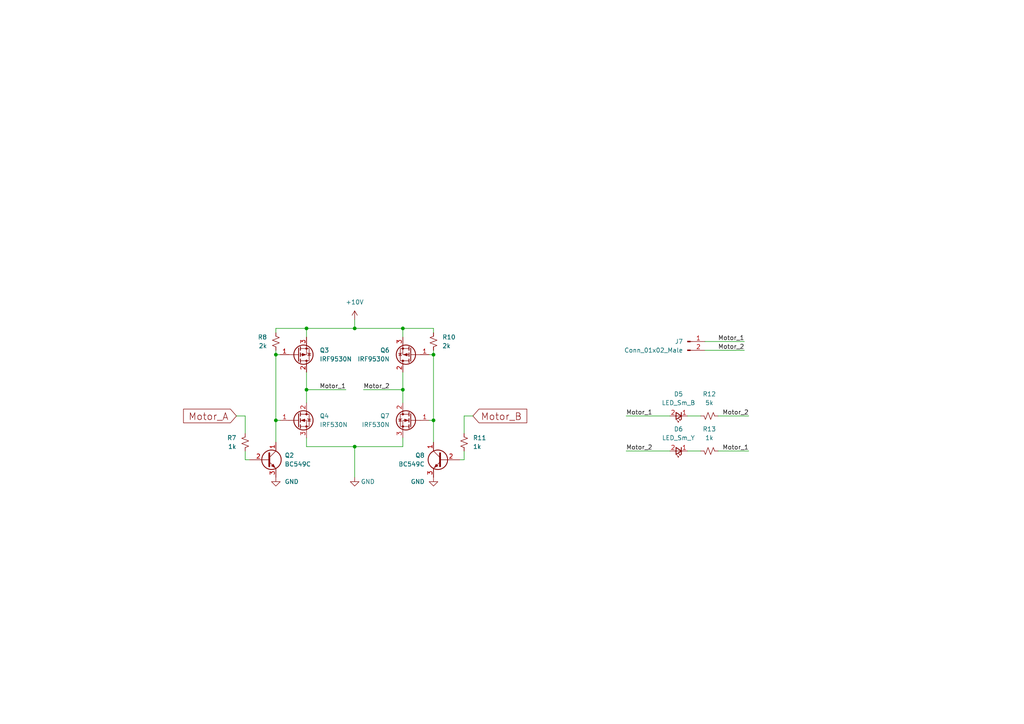
<source format=kicad_sch>
(kicad_sch (version 20211123) (generator eeschema)
  (paper "A4")
  (lib_symbols
    (symbol "Connector:Conn_01x02_Male" (pin_names (offset 1.016) hide)
      (property "Reference" "J" (at 0 2.54 0))
      (property "Value" "Conn_01x02_Male" (at 0 -5.08 0))
      (symbol "Conn_01x02_Male_1_1"
        (polyline (pts (xy 1.27 -2.54) (xy 0.8636 -2.54)) (stroke (width 0.1524)))
        (polyline (pts (xy 1.27 0) (xy 0.8636 0)) (stroke (width 0.1524)))
        (rectangle (start 0.8636 -2.413) (end 0 -2.667) (stroke (width 0.1524)) (fill (type outline)))
        (rectangle (start 0.8636 0.127) (end 0 -0.127) (stroke (width 0.1524)) (fill (type outline)))
        (pin passive line (at 5.08 0 180) (length 3.81) (name "Pin_1") (number "1"))
        (pin passive line (at 5.08 -2.54 180) (length 3.81) (name "Pin_2") (number "2"))
      )
    )
    (symbol "Device:LED_Small" (pin_names (offset 0.254) hide)
      (property "Reference" "D" (at -1.27 3.175 0))
      (property "Value" "LED_Small" (at -4.445 -2.54 0))
      (symbol "LED_Small_0_1"
        (polyline (pts (xy -0.762 -1.016) (xy -0.762 1.016)) (stroke (width 0.254)))
        (polyline (pts (xy 1.016 0) (xy -0.762 0)))
        (polyline (pts (xy 0.762 -1.016) (xy -0.762 0) (xy 0.762 1.016) (xy 0.762 -1.016)) (stroke (width 0.254)))
        (polyline (pts (xy 0 0.762) (xy -0.508 1.27) (xy -0.254 1.27) (xy -0.508 1.27) (xy -0.508 1.016)))
        (polyline (pts (xy 0.508 1.27) (xy 0 1.778) (xy 0.254 1.778) (xy 0 1.778) (xy 0 1.524)))
      )
      (symbol "LED_Small_1_1"
        (pin passive line (at -2.54 0 0) (length 1.778) (name "K") (number "1"))
        (pin passive line (at 2.54 0 180) (length 1.778) (name "A") (number "2"))
      )
    )
    (symbol "Device:R_Small_US" (pin_numbers hide) (pin_names (offset 0.254) hide)
      (property "Reference" "R" (at 0.762 0.508 0))
      (property "Value" "R_Small_US" (at 0.762 -1.016 0))
      (symbol "R_Small_US_1_1"
        (polyline (pts (xy 0 0) (xy 1.016 -0.381) (xy 0 -0.762) (xy -1.016 -1.143) (xy 0 -1.524)))
        (polyline (pts (xy 0 1.524) (xy 1.016 1.143) (xy 0 0.762) (xy -1.016 0.381) (xy 0 0)))
        (pin passive line (at 0 2.54 270) (length 1.016) (name "~") (number "1"))
        (pin passive line (at 0 -2.54 90) (length 1.016) (name "~") (number "2"))
      )
    )
    (symbol "LED_Small_1" (pin_names (offset 0.254) hide)
      (property "Reference" "D" (at -1.27 3.175 0))
      (property "Value" "LED_Small_1" (at -4.445 -2.54 0))
      (symbol "LED_Small_1_0_1"
        (polyline (pts (xy -0.762 -1.016) (xy -0.762 1.016)) (stroke (width 0.254)))
        (polyline (pts (xy 1.016 0) (xy -0.762 0)))
        (polyline (pts (xy 0.762 -1.016) (xy -0.762 0) (xy 0.762 1.016) (xy 0.762 -1.016)) (stroke (width 0.254)))
        (polyline (pts (xy 0 0.762) (xy -0.508 1.27) (xy -0.254 1.27) (xy -0.508 1.27) (xy -0.508 1.016)))
        (polyline (pts (xy 0.508 1.27) (xy 0 1.778) (xy 0.254 1.778) (xy 0 1.778) (xy 0 1.524)))
      )
      (symbol "LED_Small_1_1_1"
        (pin passive line (at -2.54 0 0) (length 1.778) (name "K") (number "1"))
        (pin passive line (at 2.54 0 180) (length 1.778) (name "A") (number "2"))
      )
    )
    (symbol "Transistor_BJT:BC549" (pin_names (offset 0) hide)
      (property "Reference" "Q" (at 5.08 1.905 0))
      (property "Value" "BC549" (at 5.08 0 0))
      (symbol "BC549_0_1"
        (polyline (pts (xy 0 0) (xy 0.635 0)))
        (polyline (pts (xy 0.635 0.635) (xy 2.54 2.54)))
        (polyline (pts (xy 0.635 -0.635) (xy 2.54 -2.54) (xy 2.54 -2.54)))
        (polyline (pts (xy 0.635 1.905) (xy 0.635 -1.905) (xy 0.635 -1.905)) (stroke (width 0.508)))
        (polyline (pts (xy 1.27 -1.778) (xy 1.778 -1.27) (xy 2.286 -2.286) (xy 1.27 -1.778) (xy 1.27 -1.778)) (fill (type outline)))
        (circle (center 1.27 0) (radius 2.8194) (stroke (width 0.254)))
      )
      (symbol "BC549_1_1"
        (pin passive line (at 2.54 5.08 270) (length 2.54) (name "C") (number "1"))
        (pin input line (at -5.08 0 0) (length 5.08) (name "B") (number "2"))
        (pin passive line (at 2.54 -5.08 90) (length 2.54) (name "E") (number "3"))
      )
    )
    (symbol "Transistor_FET:IRF540N" (pin_names hide)
      (property "Reference" "Q" (at 6.35 1.905 0))
      (property "Value" "IRF540N" (at 6.35 0 0))
      (symbol "IRF540N_0_1"
        (polyline (pts (xy 0.254 0) (xy -2.54 0)))
        (polyline (pts (xy 0.254 1.905) (xy 0.254 -1.905)) (stroke (width 0.254)))
        (polyline (pts (xy 0.762 -1.27) (xy 0.762 -2.286)) (stroke (width 0.254)))
        (polyline (pts (xy 0.762 0.508) (xy 0.762 -0.508)) (stroke (width 0.254)))
        (polyline (pts (xy 0.762 2.286) (xy 0.762 1.27)) (stroke (width 0.254)))
        (polyline (pts (xy 2.54 2.54) (xy 2.54 1.778)))
        (polyline (pts (xy 2.54 -2.54) (xy 2.54 0) (xy 0.762 0)))
        (polyline (pts (xy 0.762 -1.778) (xy 3.302 -1.778) (xy 3.302 1.778) (xy 0.762 1.778)))
        (polyline (pts (xy 1.016 0) (xy 2.032 0.381) (xy 2.032 -0.381) (xy 1.016 0)) (fill (type outline)))
        (polyline (pts (xy 2.794 0.508) (xy 2.921 0.381) (xy 3.683 0.381) (xy 3.81 0.254)))
        (polyline (pts (xy 3.302 0.381) (xy 2.921 -0.254) (xy 3.683 -0.254) (xy 3.302 0.381)))
        (circle (center 1.651 0) (radius 2.794) (stroke (width 0.254)))
        (circle (center 2.54 -1.778) (radius 0.254) (fill (type outline)))
        (circle (center 2.54 1.778) (radius 0.254) (fill (type outline)))
      )
      (symbol "IRF540N_1_1"
        (pin input line (at -5.08 0 0) (length 2.54) (name "G") (number "1"))
        (pin passive line (at 2.54 5.08 270) (length 2.54) (name "D") (number "2"))
        (pin passive line (at 2.54 -5.08 90) (length 2.54) (name "S") (number "3"))
      )
    )
    (symbol "Transistor_FET:IRF9540N" (pin_names hide)
      (property "Reference" "Q" (at 5.08 1.905 0))
      (property "Value" "IRF9540N" (at 5.08 0 0))
      (symbol "IRF9540N_0_1"
        (polyline (pts (xy 0.254 0) (xy -2.54 0)))
        (polyline (pts (xy 0.254 1.905) (xy 0.254 -1.905)) (stroke (width 0.254)))
        (polyline (pts (xy 0.762 -1.27) (xy 0.762 -2.286)) (stroke (width 0.254)))
        (polyline (pts (xy 0.762 0.508) (xy 0.762 -0.508)) (stroke (width 0.254)))
        (polyline (pts (xy 0.762 2.286) (xy 0.762 1.27)) (stroke (width 0.254)))
        (polyline (pts (xy 2.54 2.54) (xy 2.54 1.778)))
        (polyline (pts (xy 2.54 -2.54) (xy 2.54 0) (xy 0.762 0)))
        (polyline (pts (xy 0.762 1.778) (xy 3.302 1.778) (xy 3.302 -1.778) (xy 0.762 -1.778)))
        (polyline (pts (xy 2.286 0) (xy 1.27 0.381) (xy 1.27 -0.381) (xy 2.286 0)) (fill (type outline)))
        (polyline (pts (xy 2.794 -0.508) (xy 2.921 -0.381) (xy 3.683 -0.381) (xy 3.81 -0.254)))
        (polyline (pts (xy 3.302 -0.381) (xy 2.921 0.254) (xy 3.683 0.254) (xy 3.302 -0.381)))
        (circle (center 1.651 0) (radius 2.794) (stroke (width 0.254)))
        (circle (center 2.54 -1.778) (radius 0.254) (fill (type outline)))
        (circle (center 2.54 1.778) (radius 0.254) (fill (type outline)))
      )
      (symbol "IRF9540N_1_1"
        (pin input line (at -5.08 0 0) (length 2.54) (name "G") (number "1"))
        (pin passive line (at 2.54 5.08 270) (length 2.54) (name "D") (number "2"))
        (pin passive line (at 2.54 -5.08 90) (length 2.54) (name "S") (number "3"))
      )
    )
    (symbol "power:+10V" (power) (pin_names (offset 0))
      (property "Value" "+10V" (at 0 3.556 0))
      (symbol "+10V_0_1"
        (polyline (pts (xy -0.762 1.27) (xy 0 2.54)))
        (polyline (pts (xy 0 0) (xy 0 2.54)))
        (polyline (pts (xy 0 2.54) (xy 0.762 1.27)))
      )
      (symbol "+10V_1_1"
        (pin power_in line (at 0 0 90) (length 0) hide (name "+10V") (number "1"))
      )
    )
    (symbol "power:GND" (power) (pin_names (offset 0))
      (property "Value" "GND" (at 0 -3.81 0))
      (symbol "GND_0_1"
        (polyline (pts (xy 0 0) (xy 0 -1.27) (xy 1.27 -1.27) (xy 0 -2.54) (xy -1.27 -1.27) (xy 0 -1.27)))
      )
      (symbol "GND_1_1"
        (pin power_in line (at 0 0 270) (length 0) hide (name "GND") (number "1"))
      )
    )
  )
  (junction (at 80.01 121.92))
  (junction (at 88.9 113.03))
  (junction (at 125.73 102.87))
  (junction (at 102.87 129.54))
  (junction (at 125.73 121.92))
  (junction (at 80.01 102.87))
  (junction (at 102.87 95.25))
  (junction (at 116.84 95.25))
  (junction (at 88.9 95.25))
  (junction (at 116.84 113.03))
  (wire (pts (xy 88.9 113.03) (xy 100.33 113.03)))
  (wire (pts (xy 116.84 127) (xy 116.84 129.54)))
  (wire (pts (xy 88.9 129.54) (xy 102.87 129.54)))
  (wire (pts (xy 199.39 120.65) (xy 203.2 120.65)))
  (wire (pts (xy 71.12 120.65) (xy 68.58 120.65)))
  (wire (pts (xy 71.12 130.81) (xy 71.12 133.35)))
  (wire (pts (xy 125.73 95.25) (xy 125.73 96.52)))
  (wire (pts (xy 80.01 102.87) (xy 80.01 121.92)))
  (wire (pts (xy 125.73 102.87) (xy 124.46 102.87)))
  (wire (pts (xy 208.28 120.65) (xy 217.17 120.65)))
  (wire (pts (xy 102.87 129.54) (xy 102.87 138.43)))
  (wire (pts (xy 204.47 101.6) (xy 215.9 101.6)))
  (wire (pts (xy 134.62 120.65) (xy 137.16 120.65)))
  (wire (pts (xy 116.84 113.03) (xy 105.41 113.03)))
  (wire (pts (xy 134.62 125.73) (xy 134.62 120.65)))
  (wire (pts (xy 134.62 130.81) (xy 134.62 133.35)))
  (wire (pts (xy 88.9 107.95) (xy 88.9 113.03)))
  (wire (pts (xy 80.01 95.25) (xy 80.01 96.52)))
  (wire (pts (xy 181.61 120.65) (xy 194.31 120.65)))
  (wire (pts (xy 199.39 130.81) (xy 203.2 130.81)))
  (wire (pts (xy 88.9 97.79) (xy 88.9 95.25)))
  (wire (pts (xy 71.12 125.73) (xy 71.12 120.65)))
  (wire (pts (xy 116.84 113.03) (xy 116.84 116.84)))
  (wire (pts (xy 208.28 130.81) (xy 217.17 130.81)))
  (wire (pts (xy 88.9 129.54) (xy 88.9 127)))
  (wire (pts (xy 125.73 121.92) (xy 125.73 128.27)))
  (wire (pts (xy 71.12 133.35) (xy 72.39 133.35)))
  (wire (pts (xy 134.62 133.35) (xy 133.35 133.35)))
  (wire (pts (xy 125.73 95.25) (xy 116.84 95.25)))
  (wire (pts (xy 116.84 107.95) (xy 116.84 113.03)))
  (wire (pts (xy 80.01 102.87) (xy 81.28 102.87)))
  (wire (pts (xy 125.73 102.87) (xy 125.73 121.92)))
  (wire (pts (xy 88.9 113.03) (xy 88.9 116.84)))
  (wire (pts (xy 80.01 95.25) (xy 88.9 95.25)))
  (wire (pts (xy 125.73 121.92) (xy 124.46 121.92)))
  (wire (pts (xy 102.87 129.54) (xy 116.84 129.54)))
  (wire (pts (xy 181.61 130.81) (xy 194.31 130.81)))
  (wire (pts (xy 80.01 121.92) (xy 81.28 121.92)))
  (wire (pts (xy 80.01 101.6) (xy 80.01 102.87)))
  (wire (pts (xy 116.84 95.25) (xy 116.84 97.79)))
  (wire (pts (xy 102.87 92.71) (xy 102.87 95.25)))
  (wire (pts (xy 204.47 99.06) (xy 215.9 99.06)))
  (wire (pts (xy 125.73 101.6) (xy 125.73 102.87)))
  (wire (pts (xy 88.9 95.25) (xy 102.87 95.25)))
  (wire (pts (xy 80.01 121.92) (xy 80.01 128.27)))
  (wire (pts (xy 102.87 95.25) (xy 116.84 95.25)))
  (label "Motor_1" (at 181.61 120.65 0))
  (label "Motor_1" (at 100.33 113.03 180))
  (label "Motor_2" (at 217.17 120.65 180))
  (label "Motor_2" (at 105.41 113.03 0))
  (label "Motor_2" (at 215.9 101.6 180))
  (label "Motor_1" (at 217.17 130.81 180))
  (label "Motor_2" (at 181.61 130.81 0))
  (label "Motor_1" (at 215.9 99.06 180))
  (global_label "Motor_B" (shape input) (at 137.16 120.65 0) (effects (font (size 2 2))) (property "Intersheet References" "${INTERSHEET_REFS}" (effects hide)))
  (global_label "Motor_A" (shape input) (at 68.58 120.65 180) (effects (font (size 2 2))) (property "Intersheet References" "${INTERSHEET_REFS}" (effects hide)))
  (symbol (lib_id "Transistor_BJT:BC549") (at 128.27 133.35 0) (mirror y) (unit 1)
    (property "Reference" "Q8" (at 123.19 132.0799 0) (effects (justify left)))
    (property "Value" "BC549C" (at 123.19 134.6199 0) (effects (justify left)))
    (property "Footprint" "Package_TO_SOT_THT:TO-92_Inline" (effects hide))
    (property "Datasheet" "https://www.onsemi.com/pub/Collateral/BC550-D.pdf" (effects hide))
  )
  (symbol (lib_id "Device:R_Small_US") (at 71.12 128.27 0) (mirror x) (unit 1)
    (property "Reference" "R7" (at 68.58 126.9999 0) (effects (justify right)))
    (property "Value" "1k" (at 68.58 129.5399 0) (effects (justify right)))
    (property "Footprint" "Resistor_THT:R_Axial_DIN0204_L3.6mm_D1.6mm_P7.62mm_Horizontal" (effects hide))
  )
  (symbol (lib_id "Transistor_FET:IRF9540N") (at 86.36 102.87 0) (mirror x) (unit 1)
    (property "Reference" "Q3" (at 92.71 101.5999 0) (effects (justify left)))
    (property "Value" "IRF9530N" (at 92.71 104.1399 0) (effects (justify left)))
    (property "Footprint" "Package_TO_SOT_THT:TO-220-3_Horizontal_TabDown" (effects hide))
    (property "Datasheet" "https://www.infineon.com/dgdl/irf9530npbf.pdf?fileId=5546d462533600a401535611b9931dc1" (effects hide))
  )
  (symbol (lib_id "power:+10V") (at 102.87 92.71 0) (unit 1)
    (property "Reference" "#PWR023" (effects hide))
    (property "Value" "+10V" (at 102.87 87.63 0))
  )
  (symbol (lib_id "Transistor_FET:IRF9540N") (at 119.38 102.87 180) (unit 1)
    (property "Reference" "Q6" (at 113.03 101.5999 0) (effects (justify left)))
    (property "Value" "IRF9530N" (at 113.03 104.1399 0) (effects (justify left)))
    (property "Footprint" "Package_TO_SOT_THT:TO-220-3_Horizontal_TabDown" (effects hide))
    (property "Datasheet" "https://www.infineon.com/dgdl/irf9530npbf.pdf?fileId=5546d462533600a401535611b9931dc1" (effects hide))
  )
  (symbol (lib_id "Transistor_BJT:BC549") (at 77.47 133.35 0) (unit 1)
    (property "Reference" "Q2" (at 82.55 132.0799 0) (effects (justify left)))
    (property "Value" "BC549C" (at 82.55 134.6199 0) (effects (justify left)))
    (property "Footprint" "Package_TO_SOT_THT:TO-92_Inline" (effects hide))
    (property "Datasheet" "https://www.onsemi.com/pub/Collateral/BC550-D.pdf" (effects hide))
  )
  (symbol (lib_id "Transistor_FET:IRF540N") (at 86.36 121.92 0) (unit 1)
    (property "Reference" "Q4" (at 92.71 120.6499 0) (effects (justify left)))
    (property "Value" "IRF530N" (at 92.71 123.1899 0) (effects (justify left)))
    (property "Footprint" "Package_TO_SOT_THT:TO-220-3_Horizontal_TabDown" (effects hide))
    (property "Datasheet" "https://www.infineon.com/dgdl/irf530npbf.pdf?fileId=5546d462533600a4015355e386b1199a" (effects hide))
  )
  (symbol (lib_id "Connector:Conn_01x02_Male") (at 199.39 99.06 0) (unit 1)
    (property "Reference" "J7" (at 198.12 99.0599 0) (effects (justify right)))
    (property "Value" "Conn_01x02_Male" (at 198.12 101.5999 0) (effects (justify right)))
    (property "Footprint" "Connector_Molex:Molex_KK-396_A-41791-0002_1x02_P3.96mm_Vertical" (effects hide))
  )
  (symbol (lib_id "Device:R_Small_US") (at 134.62 128.27 180) (unit 1)
    (property "Reference" "R11" (at 137.16 126.9999 0) (effects (justify right)))
    (property "Value" "1k" (at 137.16 129.5399 0) (effects (justify right)))
    (property "Footprint" "Resistor_THT:R_Axial_DIN0204_L3.6mm_D1.6mm_P7.62mm_Horizontal" (effects hide))
  )
  (symbol (lib_name "LED_Small_1") (lib_id "Device:LED_Small") (at 196.85 120.65 180) (unit 1)
    (property "Reference" "D5" (at 196.7865 114.3 0))
    (property "Value" "LED_Sm_B" (at 196.7865 116.84 0))
    (property "Footprint" "LED_THT:LED_D3.0mm" (effects hide))
  )
  (symbol (lib_id "Device:R_Small_US") (at 80.01 99.06 180) (unit 1)
    (property "Reference" "R8" (at 77.47 97.7899 0) (effects (justify left)))
    (property "Value" "2k" (at 77.47 100.3299 0) (effects (justify left)))
    (property "Footprint" "Resistor_THT:R_Axial_DIN0204_L3.6mm_D1.6mm_P7.62mm_Horizontal" (effects hide))
  )
  (symbol (lib_id "Device:R_Small_US") (at 125.73 99.06 0) (mirror x) (unit 1)
    (property "Reference" "R10" (at 128.27 97.7899 0) (effects (justify left)))
    (property "Value" "2k" (at 128.27 100.3299 0) (effects (justify left)))
    (property "Footprint" "Resistor_THT:R_Axial_DIN0204_L3.6mm_D1.6mm_P7.62mm_Horizontal" (effects hide))
  )
  (symbol (lib_id "Device:LED_Small") (at 196.85 130.81 180) (unit 1)
    (property "Reference" "D6" (at 196.7865 124.46 0))
    (property "Value" "LED_Sm_Y" (at 196.7865 127 0))
    (property "Footprint" "LED_THT:LED_D3.0mm" (effects hide))
  )
  (symbol (lib_id "Device:R_Small_US") (at 205.74 130.81 270) (mirror x) (unit 1)
    (property "Reference" "R13" (at 205.74 124.46 90))
    (property "Value" "1k" (at 205.74 127 90))
    (property "Footprint" "Resistor_THT:R_Axial_DIN0204_L3.6mm_D1.6mm_P7.62mm_Horizontal" (effects hide))
  )
  (symbol (lib_id "Device:R_Small_US") (at 205.74 120.65 270) (mirror x) (unit 1)
    (property "Reference" "R12" (at 205.74 114.3 90))
    (property "Value" "5k" (at 205.74 116.84 90))
    (property "Footprint" "Resistor_THT:R_Axial_DIN0204_L3.6mm_D1.6mm_P7.62mm_Horizontal" (effects hide))
  )
  (symbol (lib_id "Transistor_FET:IRF540N") (at 119.38 121.92 0) (mirror y) (unit 1)
    (property "Reference" "Q7" (at 113.03 120.6499 0) (effects (justify left)))
    (property "Value" "IRF530N" (at 113.03 123.1899 0) (effects (justify left)))
    (property "Footprint" "Package_TO_SOT_THT:TO-220-3_Horizontal_TabDown" (effects hide))
    (property "Datasheet" "https://www.infineon.com/dgdl/irf530npbf.pdf?fileId=5546d462533600a4015355e386b1199a" (effects hide))
  )
  (symbol (lib_id "power:GND") (at 102.87 138.43 0) (unit 1)
    (property "Reference" "#PWR024" (effects hide))
    (property "Value" "GND" (at 106.68 139.7 0))
  )
  (symbol (lib_id "power:GND") (at 80.01 138.43 0) (unit 1)
    (property "Reference" "#PWR021" (effects hide))
    (property "Value" "GND" (at 82.55 139.6999 0) (effects (justify left)))
  )
  (symbol (lib_id "power:GND") (at 125.73 138.43 0) (mirror y) (unit 1)
    (property "Reference" "#PWR027" (effects hide))
    (property "Value" "GND" (at 123.19 139.6999 0) (effects (justify left)))
  )
)
</source>
